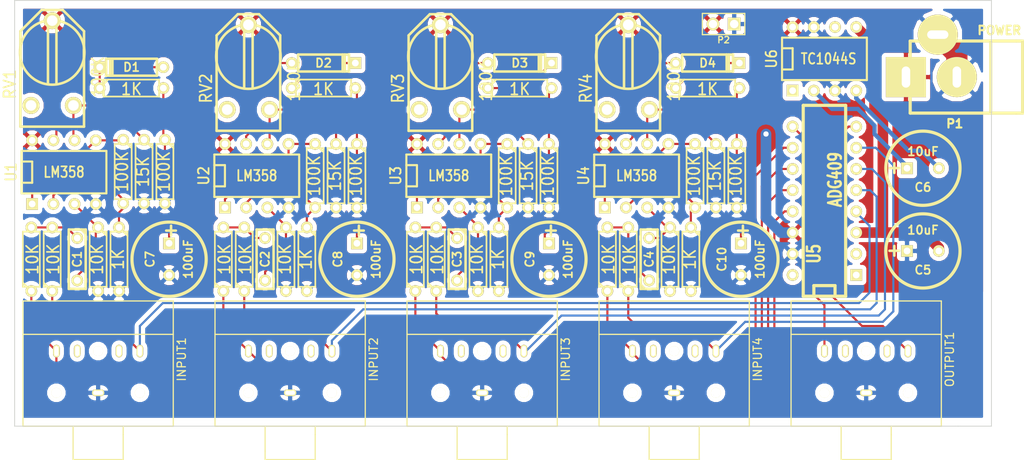
<source format=kicad_pcb>
(kicad_pcb (version 3) (host pcbnew "(22-Jun-2014 BZR 4027)-stable")
  (layers (15 F.Cu signal) (0 B.Cu signal hide) (18 B.Paste user) (19 F.Paste user) (20 B.SilkS user) (21 F.SilkS user) (22 B.Mask user) (23 F.Mask user) (28 Edge.Cuts user))
  (net 0 NoConnection1)
  (net 1 /-VCC)
  (net 2 /CH1LEFT)
  (net 3 /CH1RIGHT)
  (net 4 /CH2LEFT)
  (net 5 /CH2RIGHT)
  (net 6 /CH3LEFT)
  (net 7 /CH3RIGHT)
  (net 8 /CH4LEFT)
  (net 9 /CH4RIGHT)
  (net 10 AUDIO1_DETECT)
  (net 11 AUDIO2_DETECT)
  (net 12 AUDIO3_DETECT)
  (net 13 AUDIO4_DETECT)
  (net 14 GND)
  (net 15 N-000001)
  (net 16 N-0000010)
  (net 17 N-0000011)
  (net 18 N-0000012)
  (net 19 N-0000013)
  (net 20 N-0000014)
  (net 21 N-0000015)
  (net 22 N-000002)
  (net 23 N-0000025)
  (net 24 N-0000026)
  (net 25 N-0000028)
  (net 26 N-0000029)
  (net 27 N-000003)
  (net 28 N-0000031)
  (net 29 N-0000032)
  (net 30 N-0000033)
  (net 31 N-0000034)
  (net 32 N-0000035)
  (net 33 N-0000036)
  (net 34 N-0000037)
  (net 35 N-0000038)
  (net 36 N-0000039)
  (net 37 N-000004)
  (net 38 N-0000040)
  (net 39 N-0000041)
  (net 40 N-0000042)
  (net 41 N-0000043)
  (net 42 N-000005)
  (net 43 N-000006)
  (net 44 N-000007)
  (net 45 N-000008)
  (net 46 N-000009)
  (net 47 VCC)
  (module RV2X4 (layer F.Cu) (at 41.5 168.5 90)
    (fp_text reference RV1 (at -2.54 -5.08 90) (layer F.SilkS) (effects (font (size 1.397 1.27) (thickness 0.2032))))
    (fp_text value 100K (at -1.651 5.461 90) (layer F.SilkS) (effects (font (size 1.397 1.27) (thickness 0.2032))))
    (pad 1 thru_hole circle (at -5.08 -2.54 90) (size 2.032 2.032) (drill 1.27) (layers *.Cu *.Mask F.SilkS))
    (pad 2 thru_hole circle (at 5.08 0 90) (size 2.032 2.032) (drill 1.27) (layers *.Cu *.Mask F.SilkS) (net 47 VCC))
    (pad 3 thru_hole circle (at -5.08 2.54 90) (size 2.032 2.032) (drill 1.27) (layers *.Cu *.Mask F.SilkS) (net 43 N-000006))
  )
  (module RV2X4 (layer F.Cu) (at 65 169 90)
    (fp_text reference RV2 (at -2.54 -5.08 90) (layer F.SilkS) (effects (font (size 1.397 1.27) (thickness 0.2032))))
    (fp_text value 100K (at -1.651 5.461 90) (layer F.SilkS) (effects (font (size 1.397 1.27) (thickness 0.2032))))
    (pad 1 thru_hole circle (at -5.08 -2.54 90) (size 2.032 2.032) (drill 1.27) (layers *.Cu *.Mask F.SilkS))
    (pad 2 thru_hole circle (at 5.08 0 90) (size 2.032 2.032) (drill 1.27) (layers *.Cu *.Mask F.SilkS) (net 47 VCC))
    (pad 3 thru_hole circle (at -5.08 2.54 90) (size 2.032 2.032) (drill 1.27) (layers *.Cu *.Mask F.SilkS) (net 19 N-0000013))
  )
  (module RV2X4 (layer F.Cu) (at 88 169 90)
    (fp_text reference RV3 (at -2.54 -5.08 90) (layer F.SilkS) (effects (font (size 1.397 1.27) (thickness 0.2032))))
    (fp_text value 100K (at -1.651 5.461 90) (layer F.SilkS) (effects (font (size 1.397 1.27) (thickness 0.2032))))
    (pad 1 thru_hole circle (at -5.08 -2.54 90) (size 2.032 2.032) (drill 1.27) (layers *.Cu *.Mask F.SilkS))
    (pad 2 thru_hole circle (at 5.08 0 90) (size 2.032 2.032) (drill 1.27) (layers *.Cu *.Mask F.SilkS) (net 47 VCC))
    (pad 3 thru_hole circle (at -5.08 2.54 90) (size 2.032 2.032) (drill 1.27) (layers *.Cu *.Mask F.SilkS) (net 28 N-0000031))
  )
  (module RV2X4 (layer F.Cu) (at 110.5 169 90)
    (fp_text reference RV4 (at -2.54 -5.08 90) (layer F.SilkS) (effects (font (size 1.397 1.27) (thickness 0.2032))))
    (fp_text value 100K (at -1.651 5.461 90) (layer F.SilkS) (effects (font (size 1.397 1.27) (thickness 0.2032))))
    (pad 1 thru_hole circle (at -5.08 -2.54 90) (size 2.032 2.032) (drill 1.27) (layers *.Cu *.Mask F.SilkS))
    (pad 2 thru_hole circle (at 5.08 0 90) (size 2.032 2.032) (drill 1.27) (layers *.Cu *.Mask F.SilkS) (net 47 VCC))
    (pad 3 thru_hole circle (at -5.08 2.54 90) (size 2.032 2.032) (drill 1.27) (layers *.Cu *.Mask F.SilkS) (net 39 N-0000041))
  )
  (module R3 (layer F.Cu) (at 74 171.5)
    (fp_text reference R27 hide)
    (fp_text value 1K (at 0 0.127) (layer F.SilkS) (effects (font (size 1.397 1.27) (thickness 0.2032))))
    (pad 1 thru_hole circle (at -3.81 0) (size 1.397 1.397) (drill 0.8128) (layers *.Cu *.Mask F.SilkS) (net 16 N-0000010))
    (pad 2 thru_hole circle (at 3.81 0) (size 1.397 1.397) (drill 0.8128) (layers *.Cu *.Mask F.SilkS) (net 11 AUDIO2_DETECT))
  )
  (module R3 (layer F.Cu) (at 39 192 90)
    (fp_text reference R1 hide)
    (fp_text value 10K (at 0 0.127 90) (layer F.SilkS) (effects (font (size 1.397 1.27) (thickness 0.2032))))
    (pad 1 thru_hole circle (at -3.81 0 90) (size 1.397 1.397) (drill 0.8128) (layers *.Cu *.Mask F.SilkS) (net 2 /CH1LEFT))
    (pad 2 thru_hole circle (at 3.81 0 90) (size 1.397 1.397) (drill 0.8128) (layers *.Cu *.Mask F.SilkS) (net 23 N-0000025))
  )
  (module R3 (layer F.Cu) (at 85 192 90)
    (fp_text reference R11 hide)
    (fp_text value 10K (at 0 0.127 90) (layer F.SilkS) (effects (font (size 1.397 1.27) (thickness 0.2032))))
    (pad 1 thru_hole circle (at -3.81 0 90) (size 1.397 1.397) (drill 0.8128) (layers *.Cu *.Mask F.SilkS) (net 6 /CH3LEFT))
    (pad 2 thru_hole circle (at 3.81 0 90) (size 1.397 1.397) (drill 0.8128) (layers *.Cu *.Mask F.SilkS) (net 17 N-0000011))
  )
  (module R3 (layer F.Cu) (at 87.5 192 90)
    (fp_text reference R12 hide)
    (fp_text value 10K (at 0 0.127 90) (layer F.SilkS) (effects (font (size 1.397 1.27) (thickness 0.2032))))
    (pad 1 thru_hole circle (at -3.81 0 90) (size 1.397 1.397) (drill 0.8128) (layers *.Cu *.Mask F.SilkS) (net 7 /CH3RIGHT))
    (pad 2 thru_hole circle (at 3.81 0 90) (size 1.397 1.397) (drill 0.8128) (layers *.Cu *.Mask F.SilkS) (net 17 N-0000011))
  )
  (module R3 (layer F.Cu) (at 92.5 192 270)
    (fp_text reference R16 hide)
    (fp_text value 10K (at 0 0.127 270) (layer F.SilkS) (effects (font (size 1.397 1.27) (thickness 0.2032))))
    (pad 1 thru_hole circle (at -3.81 0 270) (size 1.397 1.397) (drill 0.8128) (layers *.Cu *.Mask F.SilkS) (net 33 N-0000036))
    (pad 2 thru_hole circle (at 3.81 0 270) (size 1.397 1.397) (drill 0.8128) (layers *.Cu *.Mask F.SilkS) (net 14 GND))
  )
  (module R3 (layer F.Cu) (at 96 182 270)
    (fp_text reference R22 hide)
    (fp_text value 100K (at 0 0.127 270) (layer F.SilkS) (effects (font (size 1.397 1.27) (thickness 0.2032))))
    (pad 1 thru_hole circle (at -3.81 0 270) (size 1.397 1.397) (drill 0.8128) (layers *.Cu *.Mask F.SilkS) (net 34 N-0000037))
    (pad 2 thru_hole circle (at 3.81 0 270) (size 1.397 1.397) (drill 0.8128) (layers *.Cu *.Mask F.SilkS) (net 29 N-0000032))
  )
  (module R3 (layer F.Cu) (at 95 192 270)
    (fp_text reference R19 hide)
    (fp_text value 1K (at 0 0.127 270) (layer F.SilkS) (effects (font (size 1.397 1.27) (thickness 0.2032))))
    (pad 1 thru_hole circle (at -3.81 0 270) (size 1.397 1.397) (drill 0.8128) (layers *.Cu *.Mask F.SilkS) (net 29 N-0000032))
    (pad 2 thru_hole circle (at 3.81 0 270) (size 1.397 1.397) (drill 0.8128) (layers *.Cu *.Mask F.SilkS) (net 14 GND))
  )
  (module R3 (layer F.Cu) (at 101 182 270)
    (fp_text reference R31 hide)
    (fp_text value 100K (at 0 0.127 270) (layer F.SilkS) (effects (font (size 1.397 1.27) (thickness 0.2032))))
    (pad 1 thru_hole circle (at -3.81 0 270) (size 1.397 1.397) (drill 0.8128) (layers *.Cu *.Mask F.SilkS) (net 12 AUDIO3_DETECT))
    (pad 2 thru_hole circle (at 3.81 0 270) (size 1.397 1.397) (drill 0.8128) (layers *.Cu *.Mask F.SilkS) (net 14 GND))
  )
  (module R3 (layer F.Cu) (at 97.5 171.5)
    (fp_text reference R28 hide)
    (fp_text value 1K (at 0 0.127) (layer F.SilkS) (effects (font (size 1.397 1.27) (thickness 0.2032))))
    (pad 1 thru_hole circle (at -3.81 0) (size 1.397 1.397) (drill 0.8128) (layers *.Cu *.Mask F.SilkS) (net 30 N-0000033))
    (pad 2 thru_hole circle (at 3.81 0) (size 1.397 1.397) (drill 0.8128) (layers *.Cu *.Mask F.SilkS) (net 12 AUDIO3_DETECT))
  )
  (module R3 (layer F.Cu) (at 108 192 90)
    (fp_text reference R13 hide)
    (fp_text value 10K (at 0 0.127 90) (layer F.SilkS) (effects (font (size 1.397 1.27) (thickness 0.2032))))
    (pad 1 thru_hole circle (at -3.81 0 90) (size 1.397 1.397) (drill 0.8128) (layers *.Cu *.Mask F.SilkS) (net 8 /CH4LEFT))
    (pad 2 thru_hole circle (at 3.81 0 90) (size 1.397 1.397) (drill 0.8128) (layers *.Cu *.Mask F.SilkS) (net 31 N-0000034))
  )
  (module R3 (layer F.Cu) (at 110.5 192 90)
    (fp_text reference R14 hide)
    (fp_text value 10K (at 0 0.127 90) (layer F.SilkS) (effects (font (size 1.397 1.27) (thickness 0.2032))))
    (pad 1 thru_hole circle (at -3.81 0 90) (size 1.397 1.397) (drill 0.8128) (layers *.Cu *.Mask F.SilkS) (net 9 /CH4RIGHT))
    (pad 2 thru_hole circle (at 3.81 0 90) (size 1.397 1.397) (drill 0.8128) (layers *.Cu *.Mask F.SilkS) (net 31 N-0000034))
  )
  (module R3 (layer F.Cu) (at 115.5 192 270)
    (fp_text reference R17 hide)
    (fp_text value 10K (at 0 0.127 270) (layer F.SilkS) (effects (font (size 1.397 1.27) (thickness 0.2032))))
    (pad 1 thru_hole circle (at -3.81 0 270) (size 1.397 1.397) (drill 0.8128) (layers *.Cu *.Mask F.SilkS) (net 40 N-0000042))
    (pad 2 thru_hole circle (at 3.81 0 270) (size 1.397 1.397) (drill 0.8128) (layers *.Cu *.Mask F.SilkS) (net 14 GND))
  )
  (module R3 (layer F.Cu) (at 118.5 182 270)
    (fp_text reference R23 hide)
    (fp_text value 100K (at 0 0.127 270) (layer F.SilkS) (effects (font (size 1.397 1.27) (thickness 0.2032))))
    (pad 1 thru_hole circle (at -3.81 0 270) (size 1.397 1.397) (drill 0.8128) (layers *.Cu *.Mask F.SilkS) (net 41 N-0000043))
    (pad 2 thru_hole circle (at 3.81 0 270) (size 1.397 1.397) (drill 0.8128) (layers *.Cu *.Mask F.SilkS) (net 35 N-0000038))
  )
  (module R3 (layer F.Cu) (at 118 192 270)
    (fp_text reference R20 hide)
    (fp_text value 1K (at 0 0.127 270) (layer F.SilkS) (effects (font (size 1.397 1.27) (thickness 0.2032))))
    (pad 1 thru_hole circle (at -3.81 0 270) (size 1.397 1.397) (drill 0.8128) (layers *.Cu *.Mask F.SilkS) (net 35 N-0000038))
    (pad 2 thru_hole circle (at 3.81 0 270) (size 1.397 1.397) (drill 0.8128) (layers *.Cu *.Mask F.SilkS) (net 14 GND))
  )
  (module R3 (layer F.Cu) (at 123.5 182 270)
    (fp_text reference R32 hide)
    (fp_text value 100K (at 0 0.127 270) (layer F.SilkS) (effects (font (size 1.397 1.27) (thickness 0.2032))))
    (pad 1 thru_hole circle (at -3.81 0 270) (size 1.397 1.397) (drill 0.8128) (layers *.Cu *.Mask F.SilkS) (net 13 AUDIO4_DETECT))
    (pad 2 thru_hole circle (at 3.81 0 270) (size 1.397 1.397) (drill 0.8128) (layers *.Cu *.Mask F.SilkS) (net 14 GND))
  )
  (module R3 (layer F.Cu) (at 120 171.5)
    (fp_text reference R29 hide)
    (fp_text value 1K (at 0 0.127) (layer F.SilkS) (effects (font (size 1.397 1.27) (thickness 0.2032))))
    (pad 1 thru_hole circle (at -3.81 0) (size 1.397 1.397) (drill 0.8128) (layers *.Cu *.Mask F.SilkS) (net 36 N-0000039))
    (pad 2 thru_hole circle (at 3.81 0) (size 1.397 1.397) (drill 0.8128) (layers *.Cu *.Mask F.SilkS) (net 13 AUDIO4_DETECT))
  )
  (module R3 (layer F.Cu) (at 121 182 270)
    (fp_text reference R26 hide)
    (fp_text value 15K (at 0 0.127 270) (layer F.SilkS) (effects (font (size 1.397 1.27) (thickness 0.2032))))
    (pad 1 thru_hole circle (at -3.81 0 270) (size 1.397 1.397) (drill 0.8128) (layers *.Cu *.Mask F.SilkS) (net 39 N-0000041))
    (pad 2 thru_hole circle (at 3.81 0 270) (size 1.397 1.397) (drill 0.8128) (layers *.Cu *.Mask F.SilkS) (net 14 GND))
  )
  (module R3 (layer F.Cu) (at 98.5 182 270)
    (fp_text reference R25 hide)
    (fp_text value 15K (at 0 0.127 270) (layer F.SilkS) (effects (font (size 1.397 1.27) (thickness 0.2032))))
    (pad 1 thru_hole circle (at -3.81 0 270) (size 1.397 1.397) (drill 0.8128) (layers *.Cu *.Mask F.SilkS) (net 28 N-0000031))
    (pad 2 thru_hole circle (at 3.81 0 270) (size 1.397 1.397) (drill 0.8128) (layers *.Cu *.Mask F.SilkS) (net 14 GND))
  )
  (module R3 (layer F.Cu) (at 75.5 182 270)
    (fp_text reference R24 hide)
    (fp_text value 15K (at 0 0.127 270) (layer F.SilkS) (effects (font (size 1.397 1.27) (thickness 0.2032))))
    (pad 1 thru_hole circle (at -3.81 0 270) (size 1.397 1.397) (drill 0.8128) (layers *.Cu *.Mask F.SilkS) (net 19 N-0000013))
    (pad 2 thru_hole circle (at 3.81 0 270) (size 1.397 1.397) (drill 0.8128) (layers *.Cu *.Mask F.SilkS) (net 14 GND))
  )
  (module R3 (layer F.Cu) (at 52.5 181.5 270)
    (fp_text reference R6 hide)
    (fp_text value 15K (at 0 0.127 270) (layer F.SilkS) (effects (font (size 1.397 1.27) (thickness 0.2032))))
    (pad 1 thru_hole circle (at -3.81 0 270) (size 1.397 1.397) (drill 0.8128) (layers *.Cu *.Mask F.SilkS) (net 43 N-000006))
    (pad 2 thru_hole circle (at 3.81 0 270) (size 1.397 1.397) (drill 0.8128) (layers *.Cu *.Mask F.SilkS) (net 14 GND))
  )
  (module R3 (layer F.Cu) (at 62 192 90)
    (fp_text reference R7 hide)
    (fp_text value 10K (at 0 0.127 90) (layer F.SilkS) (effects (font (size 1.397 1.27) (thickness 0.2032))))
    (pad 1 thru_hole circle (at -3.81 0 90) (size 1.397 1.397) (drill 0.8128) (layers *.Cu *.Mask F.SilkS) (net 4 /CH2LEFT))
    (pad 2 thru_hole circle (at 3.81 0 90) (size 1.397 1.397) (drill 0.8128) (layers *.Cu *.Mask F.SilkS) (net 37 N-000004))
  )
  (module R3 (layer F.Cu) (at 51 171.5)
    (fp_text reference R9 hide)
    (fp_text value 1K (at 0 0.127) (layer F.SilkS) (effects (font (size 1.397 1.27) (thickness 0.2032))))
    (pad 1 thru_hole circle (at -3.81 0) (size 1.397 1.397) (drill 0.8128) (layers *.Cu *.Mask F.SilkS) (net 45 N-000008))
    (pad 2 thru_hole circle (at 3.81 0) (size 1.397 1.397) (drill 0.8128) (layers *.Cu *.Mask F.SilkS) (net 10 AUDIO1_DETECT))
  )
  (module R3 (layer F.Cu) (at 55 181.5 270)
    (fp_text reference R8 hide)
    (fp_text value 100K (at 0 0.127 270) (layer F.SilkS) (effects (font (size 1.397 1.27) (thickness 0.2032))))
    (pad 1 thru_hole circle (at -3.81 0 270) (size 1.397 1.397) (drill 0.8128) (layers *.Cu *.Mask F.SilkS) (net 10 AUDIO1_DETECT))
    (pad 2 thru_hole circle (at 3.81 0 270) (size 1.397 1.397) (drill 0.8128) (layers *.Cu *.Mask F.SilkS) (net 14 GND))
  )
  (module R3 (layer F.Cu) (at 78 182 270)
    (fp_text reference R30 hide)
    (fp_text value 100K (at 0 0.127 270) (layer F.SilkS) (effects (font (size 1.397 1.27) (thickness 0.2032))))
    (pad 1 thru_hole circle (at -3.81 0 270) (size 1.397 1.397) (drill 0.8128) (layers *.Cu *.Mask F.SilkS) (net 11 AUDIO2_DETECT))
    (pad 2 thru_hole circle (at 3.81 0 270) (size 1.397 1.397) (drill 0.8128) (layers *.Cu *.Mask F.SilkS) (net 14 GND))
  )
  (module R3 (layer F.Cu) (at 49.5 192 270)
    (fp_text reference R4 hide)
    (fp_text value 1K (at 0 0.127 270) (layer F.SilkS) (effects (font (size 1.397 1.27) (thickness 0.2032))))
    (pad 1 thru_hole circle (at -3.81 0 270) (size 1.397 1.397) (drill 0.8128) (layers *.Cu *.Mask F.SilkS) (net 22 N-000002))
    (pad 2 thru_hole circle (at 3.81 0 270) (size 1.397 1.397) (drill 0.8128) (layers *.Cu *.Mask F.SilkS) (net 14 GND))
  )
  (module R3 (layer F.Cu) (at 50 181.5 270)
    (fp_text reference R5 hide)
    (fp_text value 100K (at 0 0.127 270) (layer F.SilkS) (effects (font (size 1.397 1.27) (thickness 0.2032))))
    (pad 1 thru_hole circle (at -3.81 0 270) (size 1.397 1.397) (drill 0.8128) (layers *.Cu *.Mask F.SilkS) (net 24 N-0000026))
    (pad 2 thru_hole circle (at 3.81 0 270) (size 1.397 1.397) (drill 0.8128) (layers *.Cu *.Mask F.SilkS) (net 22 N-000002))
  )
  (module R3 (layer F.Cu) (at 64.5 192 90)
    (fp_text reference R10 hide)
    (fp_text value 10K (at 0 0.127 90) (layer F.SilkS) (effects (font (size 1.397 1.27) (thickness 0.2032))))
    (pad 1 thru_hole circle (at -3.81 0 90) (size 1.397 1.397) (drill 0.8128) (layers *.Cu *.Mask F.SilkS) (net 5 /CH2RIGHT))
    (pad 2 thru_hole circle (at 3.81 0 90) (size 1.397 1.397) (drill 0.8128) (layers *.Cu *.Mask F.SilkS) (net 37 N-000004))
  )
  (module R3 (layer F.Cu) (at 47 192 270)
    (fp_text reference R3 hide)
    (fp_text value 10K (at 0 0.127 270) (layer F.SilkS) (effects (font (size 1.397 1.27) (thickness 0.2032))))
    (pad 1 thru_hole circle (at -3.81 0 270) (size 1.397 1.397) (drill 0.8128) (layers *.Cu *.Mask F.SilkS) (net 42 N-000005))
    (pad 2 thru_hole circle (at 3.81 0 270) (size 1.397 1.397) (drill 0.8128) (layers *.Cu *.Mask F.SilkS) (net 14 GND))
  )
  (module R3 (layer F.Cu) (at 69.5 192 270)
    (fp_text reference R15 hide)
    (fp_text value 10K (at 0 0.127 270) (layer F.SilkS) (effects (font (size 1.397 1.27) (thickness 0.2032))))
    (pad 1 thru_hole circle (at -3.81 0 270) (size 1.397 1.397) (drill 0.8128) (layers *.Cu *.Mask F.SilkS) (net 20 N-0000014))
    (pad 2 thru_hole circle (at 3.81 0 270) (size 1.397 1.397) (drill 0.8128) (layers *.Cu *.Mask F.SilkS) (net 14 GND))
  )
  (module R3 (layer F.Cu) (at 73 182 270)
    (fp_text reference R21 hide)
    (fp_text value 100K (at 0 0.127 270) (layer F.SilkS) (effects (font (size 1.397 1.27) (thickness 0.2032))))
    (pad 1 thru_hole circle (at -3.81 0 270) (size 1.397 1.397) (drill 0.8128) (layers *.Cu *.Mask F.SilkS) (net 21 N-0000015))
    (pad 2 thru_hole circle (at 3.81 0 270) (size 1.397 1.397) (drill 0.8128) (layers *.Cu *.Mask F.SilkS) (net 46 N-000009))
  )
  (module R3 (layer F.Cu) (at 72 192 270)
    (fp_text reference R18 hide)
    (fp_text value 1K (at 0 0.127 270) (layer F.SilkS) (effects (font (size 1.397 1.27) (thickness 0.2032))))
    (pad 1 thru_hole circle (at -3.81 0 270) (size 1.397 1.397) (drill 0.8128) (layers *.Cu *.Mask F.SilkS) (net 46 N-000009))
    (pad 2 thru_hole circle (at 3.81 0 270) (size 1.397 1.397) (drill 0.8128) (layers *.Cu *.Mask F.SilkS) (net 14 GND))
  )
  (module R3 (layer F.Cu) (at 41.5 192 90)
    (fp_text reference R2 hide)
    (fp_text value 10K (at 0 0.127 90) (layer F.SilkS) (effects (font (size 1.397 1.27) (thickness 0.2032))))
    (pad 1 thru_hole circle (at -3.81 0 90) (size 1.397 1.397) (drill 0.8128) (layers *.Cu *.Mask F.SilkS) (net 3 /CH1RIGHT))
    (pad 2 thru_hole circle (at 3.81 0 90) (size 1.397 1.397) (drill 0.8128) (layers *.Cu *.Mask F.SilkS) (net 23 N-0000025))
  )
  (module DIP-8__300 (layer F.Cu) (at 111.5 182)
    (fp_text reference U4 (at -6.35 0 90) (layer F.SilkS) (effects (font (size 1.27 1.143) (thickness 0.2032))))
    (fp_text value LM358 (at 0 0) (layer F.SilkS) (effects (font (size 1.27 1.016) (thickness 0.2032))))
    (pad 1 thru_hole rect (at -3.81 3.81) (size 1.397 1.397) (drill 0.8128) (layers *.Cu *.Mask F.SilkS) (net 41 N-0000043))
    (pad 2 thru_hole circle (at -1.27 3.81) (size 1.397 1.397) (drill 0.8128) (layers *.Cu *.Mask F.SilkS) (net 35 N-0000038))
    (pad 3 thru_hole circle (at 1.27 3.81) (size 1.397 1.397) (drill 0.8128) (layers *.Cu *.Mask F.SilkS) (net 40 N-0000042))
    (pad 4 thru_hole circle (at 3.81 3.81) (size 1.397 1.397) (drill 0.8128) (layers *.Cu *.Mask F.SilkS) (net 14 GND))
    (pad 5 thru_hole circle (at 3.81 -3.81) (size 1.397 1.397) (drill 0.8128) (layers *.Cu *.Mask F.SilkS) (net 41 N-0000043))
    (pad 6 thru_hole circle (at 1.27 -3.81) (size 1.397 1.397) (drill 0.8128) (layers *.Cu *.Mask F.SilkS) (net 39 N-0000041))
    (pad 7 thru_hole circle (at -1.27 -3.81) (size 1.397 1.397) (drill 0.8128) (layers *.Cu *.Mask F.SilkS) (net 38 N-0000040))
    (pad 8 thru_hole circle (at -3.81 -3.81) (size 1.397 1.397) (drill 0.8128) (layers *.Cu *.Mask F.SilkS) (net 47 VCC))
  )
  (module DIP-8__300 (layer F.Cu) (at 66 182)
    (fp_text reference U2 (at -6.35 0 90) (layer F.SilkS) (effects (font (size 1.27 1.143) (thickness 0.2032))))
    (fp_text value LM358 (at 0 0) (layer F.SilkS) (effects (font (size 1.27 1.016) (thickness 0.2032))))
    (pad 1 thru_hole rect (at -3.81 3.81) (size 1.397 1.397) (drill 0.8128) (layers *.Cu *.Mask F.SilkS) (net 21 N-0000015))
    (pad 2 thru_hole circle (at -1.27 3.81) (size 1.397 1.397) (drill 0.8128) (layers *.Cu *.Mask F.SilkS) (net 46 N-000009))
    (pad 3 thru_hole circle (at 1.27 3.81) (size 1.397 1.397) (drill 0.8128) (layers *.Cu *.Mask F.SilkS) (net 20 N-0000014))
    (pad 4 thru_hole circle (at 3.81 3.81) (size 1.397 1.397) (drill 0.8128) (layers *.Cu *.Mask F.SilkS) (net 14 GND))
    (pad 5 thru_hole circle (at 3.81 -3.81) (size 1.397 1.397) (drill 0.8128) (layers *.Cu *.Mask F.SilkS) (net 21 N-0000015))
    (pad 6 thru_hole circle (at 1.27 -3.81) (size 1.397 1.397) (drill 0.8128) (layers *.Cu *.Mask F.SilkS) (net 19 N-0000013))
    (pad 7 thru_hole circle (at -1.27 -3.81) (size 1.397 1.397) (drill 0.8128) (layers *.Cu *.Mask F.SilkS) (net 18 N-0000012))
    (pad 8 thru_hole circle (at -3.81 -3.81) (size 1.397 1.397) (drill 0.8128) (layers *.Cu *.Mask F.SilkS) (net 47 VCC))
  )
  (module DIP-8__300 (layer F.Cu) (at 89 182)
    (fp_text reference U3 (at -6.35 0 90) (layer F.SilkS) (effects (font (size 1.27 1.143) (thickness 0.2032))))
    (fp_text value LM358 (at 0 0) (layer F.SilkS) (effects (font (size 1.27 1.016) (thickness 0.2032))))
    (pad 1 thru_hole rect (at -3.81 3.81) (size 1.397 1.397) (drill 0.8128) (layers *.Cu *.Mask F.SilkS) (net 34 N-0000037))
    (pad 2 thru_hole circle (at -1.27 3.81) (size 1.397 1.397) (drill 0.8128) (layers *.Cu *.Mask F.SilkS) (net 29 N-0000032))
    (pad 3 thru_hole circle (at 1.27 3.81) (size 1.397 1.397) (drill 0.8128) (layers *.Cu *.Mask F.SilkS) (net 33 N-0000036))
    (pad 4 thru_hole circle (at 3.81 3.81) (size 1.397 1.397) (drill 0.8128) (layers *.Cu *.Mask F.SilkS) (net 14 GND))
    (pad 5 thru_hole circle (at 3.81 -3.81) (size 1.397 1.397) (drill 0.8128) (layers *.Cu *.Mask F.SilkS) (net 34 N-0000037))
    (pad 6 thru_hole circle (at 1.27 -3.81) (size 1.397 1.397) (drill 0.8128) (layers *.Cu *.Mask F.SilkS) (net 28 N-0000031))
    (pad 7 thru_hole circle (at -1.27 -3.81) (size 1.397 1.397) (drill 0.8128) (layers *.Cu *.Mask F.SilkS) (net 32 N-0000035))
    (pad 8 thru_hole circle (at -3.81 -3.81) (size 1.397 1.397) (drill 0.8128) (layers *.Cu *.Mask F.SilkS) (net 47 VCC))
  )
  (module DIP-8__300 (layer F.Cu) (at 134 168)
    (fp_text reference U6 (at -6.35 0 90) (layer F.SilkS) (effects (font (size 1.27 1.143) (thickness 0.2032))))
    (fp_text value TC1044S (at 0.5 0) (layer F.SilkS) (effects (font (size 1.27 1.016) (thickness 0.2032))))
    (pad 1 thru_hole rect (at -3.81 3.81) (size 1.397 1.397) (drill 0.8128) (layers *.Cu *.Mask F.SilkS))
    (pad 2 thru_hole circle (at -1.27 3.81) (size 1.397 1.397) (drill 0.8128) (layers *.Cu *.Mask F.SilkS) (net 15 N-000001))
    (pad 3 thru_hole circle (at 1.27 3.81) (size 1.397 1.397) (drill 0.8128) (layers *.Cu *.Mask F.SilkS) (net 14 GND))
    (pad 4 thru_hole circle (at 3.81 3.81) (size 1.397 1.397) (drill 0.8128) (layers *.Cu *.Mask F.SilkS) (net 27 N-000003))
    (pad 5 thru_hole circle (at 3.81 -3.81) (size 1.397 1.397) (drill 0.8128) (layers *.Cu *.Mask F.SilkS) (net 1 /-VCC))
    (pad 6 thru_hole circle (at 1.27 -3.81) (size 1.397 1.397) (drill 0.8128) (layers *.Cu *.Mask F.SilkS))
    (pad 7 thru_hole circle (at -1.27 -3.81) (size 1.397 1.397) (drill 0.8128) (layers *.Cu *.Mask F.SilkS) (net 14 GND))
    (pad 8 thru_hole circle (at -3.81 -3.81) (size 1.397 1.397) (drill 0.8128) (layers *.Cu *.Mask F.SilkS) (net 47 VCC))
  )
  (module DIP-8__300 (layer F.Cu) (at 42.91 181.57)
    (fp_text reference U1 (at -6.35 0 90) (layer F.SilkS) (effects (font (size 1.27 1.143) (thickness 0.2032))))
    (fp_text value LM358 (at 0 0) (layer F.SilkS) (effects (font (size 1.27 1.016) (thickness 0.2032))))
    (pad 1 thru_hole rect (at -3.81 3.81) (size 1.397 1.397) (drill 0.8128) (layers *.Cu *.Mask F.SilkS) (net 24 N-0000026))
    (pad 2 thru_hole circle (at -1.27 3.81) (size 1.397 1.397) (drill 0.8128) (layers *.Cu *.Mask F.SilkS) (net 22 N-000002))
    (pad 3 thru_hole circle (at 1.27 3.81) (size 1.397 1.397) (drill 0.8128) (layers *.Cu *.Mask F.SilkS) (net 42 N-000005))
    (pad 4 thru_hole circle (at 3.81 3.81) (size 1.397 1.397) (drill 0.8128) (layers *.Cu *.Mask F.SilkS) (net 14 GND))
    (pad 5 thru_hole circle (at 3.81 -3.81) (size 1.397 1.397) (drill 0.8128) (layers *.Cu *.Mask F.SilkS) (net 24 N-0000026))
    (pad 6 thru_hole circle (at 1.27 -3.81) (size 1.397 1.397) (drill 0.8128) (layers *.Cu *.Mask F.SilkS) (net 43 N-000006))
    (pad 7 thru_hole circle (at -1.27 -3.81) (size 1.397 1.397) (drill 0.8128) (layers *.Cu *.Mask F.SilkS) (net 44 N-000007))
    (pad 8 thru_hole circle (at -3.81 -3.81) (size 1.397 1.397) (drill 0.8128) (layers *.Cu *.Mask F.SilkS) (net 47 VCC))
  )
  (module DIP-16__300 (layer F.Cu) (at 134 185 90)
    (fp_text reference U5 (at -6.35 -1.27 90) (layer F.SilkS) (effects (font (size 1.524 1.143) (thickness 0.3048))))
    (fp_text value ADG409 (at 2.54 1.27 90) (layer F.SilkS) (effects (font (size 1.524 1.143) (thickness 0.3048))))
    (pad 1 thru_hole rect (at -8.89 3.81 90) (size 1.397 1.397) (drill 0.8128) (layers *.Cu *.Mask F.SilkS))
    (pad 2 thru_hole circle (at -6.35 3.81 90) (size 1.397 1.397) (drill 0.8128) (layers *.Cu *.Mask F.SilkS))
    (pad 3 thru_hole circle (at -3.81 3.81 90) (size 1.397 1.397) (drill 0.8128) (layers *.Cu *.Mask F.SilkS) (net 1 /-VCC))
    (pad 4 thru_hole circle (at -1.27 3.81 90) (size 1.397 1.397) (drill 0.8128) (layers *.Cu *.Mask F.SilkS) (net 3 /CH1RIGHT))
    (pad 5 thru_hole circle (at 1.27 3.81 90) (size 1.397 1.397) (drill 0.8128) (layers *.Cu *.Mask F.SilkS) (net 5 /CH2RIGHT))
    (pad 6 thru_hole circle (at 3.81 3.81 90) (size 1.397 1.397) (drill 0.8128) (layers *.Cu *.Mask F.SilkS) (net 7 /CH3RIGHT))
    (pad 7 thru_hole circle (at 6.35 3.81 90) (size 1.397 1.397) (drill 0.8128) (layers *.Cu *.Mask F.SilkS) (net 9 /CH4RIGHT))
    (pad 8 thru_hole circle (at 8.89 3.81 90) (size 1.397 1.397) (drill 0.8128) (layers *.Cu *.Mask F.SilkS) (net 26 N-0000029))
    (pad 9 thru_hole circle (at 8.89 -3.81 90) (size 1.397 1.397) (drill 0.8128) (layers *.Cu *.Mask F.SilkS) (net 25 N-0000028))
    (pad 10 thru_hole circle (at 6.35 -3.81 90) (size 1.397 1.397) (drill 0.8128) (layers *.Cu *.Mask F.SilkS) (net 8 /CH4LEFT))
    (pad 11 thru_hole circle (at 3.81 -3.81 90) (size 1.397 1.397) (drill 0.8128) (layers *.Cu *.Mask F.SilkS) (net 6 /CH3LEFT))
    (pad 12 thru_hole circle (at 1.27 -3.81 90) (size 1.397 1.397) (drill 0.8128) (layers *.Cu *.Mask F.SilkS) (net 4 /CH2LEFT))
    (pad 13 thru_hole circle (at -1.27 -3.81 90) (size 1.397 1.397) (drill 0.8128) (layers *.Cu *.Mask F.SilkS) (net 2 /CH1LEFT))
    (pad 14 thru_hole circle (at -3.81 -3.81 90) (size 1.397 1.397) (drill 0.8128) (layers *.Cu *.Mask F.SilkS) (net 47 VCC))
    (pad 15 thru_hole circle (at -6.35 -3.81 90) (size 1.397 1.397) (drill 0.8128) (layers *.Cu *.Mask F.SilkS) (net 14 GND))
    (pad 16 thru_hole circle (at -8.89 -3.81 90) (size 1.397 1.397) (drill 0.8128) (layers *.Cu *.Mask F.SilkS))
  )
  (module D3 (layer F.Cu) (at 97.5 168.5)
    (fp_text reference D3 (at 0 0) (layer F.SilkS) (effects (font (size 1.016 1.016) (thickness 0.2032))))
    (fp_text value DIODE hide)
    (pad 2 thru_hole rect (at 3.81 0) (size 1.397 1.397) (drill 0.8128) (layers *.Cu *.Mask F.SilkS) (net 30 N-0000033))
    (pad 1 thru_hole circle (at -3.81 0) (size 1.397 1.397) (drill 0.8128) (layers *.Cu *.Mask F.SilkS) (net 32 N-0000035))
  )
  (module D3 (layer F.Cu) (at 74 168.5)
    (fp_text reference D2 (at 0 0) (layer F.SilkS) (effects (font (size 1.016 1.016) (thickness 0.2032))))
    (fp_text value DIODE hide)
    (pad 2 thru_hole rect (at 3.81 0) (size 1.397 1.397) (drill 0.8128) (layers *.Cu *.Mask F.SilkS) (net 16 N-0000010))
    (pad 1 thru_hole circle (at -3.81 0) (size 1.397 1.397) (drill 0.8128) (layers *.Cu *.Mask F.SilkS) (net 18 N-0000012))
  )
  (module D3 (layer F.Cu) (at 51 169 180)
    (fp_text reference D1 (at 0 0 180) (layer F.SilkS) (effects (font (size 1.016 1.016) (thickness 0.2032))))
    (fp_text value DIODE hide)
    (pad 2 thru_hole rect (at 3.81 0 180) (size 1.397 1.397) (drill 0.8128) (layers *.Cu *.Mask F.SilkS) (net 45 N-000008))
    (pad 1 thru_hole circle (at -3.81 0 180) (size 1.397 1.397) (drill 0.8128) (layers *.Cu *.Mask F.SilkS) (net 44 N-000007))
  )
  (module D3 (layer F.Cu) (at 120 168.5)
    (fp_text reference D4 (at 0 0) (layer F.SilkS) (effects (font (size 1.016 1.016) (thickness 0.2032))))
    (fp_text value DIODE hide)
    (pad 2 thru_hole rect (at 3.81 0) (size 1.397 1.397) (drill 0.8128) (layers *.Cu *.Mask F.SilkS) (net 36 N-0000039))
    (pad 1 thru_hole circle (at -3.81 0) (size 1.397 1.397) (drill 0.8128) (layers *.Cu *.Mask F.SilkS) (net 38 N-0000040))
  )
  (module C2 (layer F.Cu) (at 44.5 192 270)
    (fp_text reference C1 (at 0 0 270) (layer F.SilkS) (effects (font (size 1.016 1.016) (thickness 0.2032))))
    (fp_text value 10nF hide)
    (pad 1 thru_hole circle (at -2.54 0 270) (size 1.397 1.397) (drill 0.8128) (layers *.Cu *.Mask F.SilkS) (net 23 N-0000025))
    (pad 2 thru_hole circle (at 2.54 0 270) (size 1.397 1.397) (drill 0.8128) (layers *.Cu *.Mask F.SilkS) (net 42 N-000005))
  )
  (module C2 (layer F.Cu) (at 113 192 90)
    (fp_text reference C4 (at 0 0 90) (layer F.SilkS) (effects (font (size 1.016 1.016) (thickness 0.2032))))
    (fp_text value 10nF hide)
    (pad 1 thru_hole circle (at -2.54 0 90) (size 1.397 1.397) (drill 0.8128) (layers *.Cu *.Mask F.SilkS) (net 31 N-0000034))
    (pad 2 thru_hole circle (at 2.54 0 90) (size 1.397 1.397) (drill 0.8128) (layers *.Cu *.Mask F.SilkS) (net 40 N-0000042))
  )
  (module C2 (layer F.Cu) (at 67 192 270)
    (fp_text reference C2 (at 0 0 270) (layer F.SilkS) (effects (font (size 1.016 1.016) (thickness 0.2032))))
    (fp_text value 10nF hide)
    (pad 1 thru_hole circle (at -2.54 0 270) (size 1.397 1.397) (drill 0.8128) (layers *.Cu *.Mask F.SilkS) (net 37 N-000004))
    (pad 2 thru_hole circle (at 2.54 0 270) (size 1.397 1.397) (drill 0.8128) (layers *.Cu *.Mask F.SilkS) (net 20 N-0000014))
  )
  (module C2 (layer F.Cu) (at 90 192 270)
    (fp_text reference C3 (at 0 0 270) (layer F.SilkS) (effects (font (size 1.016 1.016) (thickness 0.2032))))
    (fp_text value 10nF hide)
    (pad 1 thru_hole circle (at -2.54 0 270) (size 1.397 1.397) (drill 0.8128) (layers *.Cu *.Mask F.SilkS) (net 17 N-0000011))
    (pad 2 thru_hole circle (at 2.54 0 270) (size 1.397 1.397) (drill 0.8128) (layers *.Cu *.Mask F.SilkS) (net 33 N-0000036))
  )
  (module C1.5V8V (layer F.Cu) (at 124 192 270)
    (fp_text reference C10 (at 0 2.286 270) (layer F.SilkS) (effects (font (size 1.016 1.016) (thickness 0.2032))))
    (fp_text value 100uF (at 0 -2.286 270) (layer F.SilkS) (effects (font (size 1.016 1.016) (thickness 0.2032))))
    (fp_text user + (at -3.429 -0.127 270) (layer F.SilkS) (effects (font (size 1.524 1.524) (thickness 0.3048))))
    (pad 1 thru_hole rect (at -1.905 0 270) (size 1.397 1.397) (drill 0.8128) (layers *.Cu *.Mask F.SilkS) (net 13 AUDIO4_DETECT))
    (pad 2 thru_hole circle (at 1.905 0 270) (size 1.397 1.397) (drill 0.8128) (layers *.Cu *.Mask F.SilkS) (net 14 GND))
  )
  (module C1.5V8V (layer F.Cu) (at 145.796 181.102)
    (fp_text reference C6 (at 0 2.286) (layer F.SilkS) (effects (font (size 1.016 1.016) (thickness 0.2032))))
    (fp_text value 10uF (at 0 -2) (layer F.SilkS) (effects (font (size 1.016 1.016) (thickness 0.2032))))
    (fp_text user + (at -3.429 -0.127) (layer F.SilkS) (effects (font (size 1.524 1.524) (thickness 0.3048))))
    (pad 1 thru_hole rect (at -1.905 0) (size 1.397 1.397) (drill 0.8128) (layers *.Cu *.Mask F.SilkS) (net 15 N-000001))
    (pad 2 thru_hole circle (at 1.905 0) (size 1.397 1.397) (drill 0.8128) (layers *.Cu *.Mask F.SilkS) (net 27 N-000003))
  )
  (module C1.5V8V (layer F.Cu) (at 145.796 191.008)
    (fp_text reference C5 (at 0 2.286) (layer F.SilkS) (effects (font (size 1.016 1.016) (thickness 0.2032))))
    (fp_text value 10uF (at 0 -2.5) (layer F.SilkS) (effects (font (size 1.016 1.016) (thickness 0.2032))))
    (fp_text user + (at -3.429 -0.127) (layer F.SilkS) (effects (font (size 1.524 1.524) (thickness 0.3048))))
    (pad 1 thru_hole rect (at -1.905 0) (size 1.397 1.397) (drill 0.8128) (layers *.Cu *.Mask F.SilkS) (net 14 GND))
    (pad 2 thru_hole circle (at 1.905 0) (size 1.397 1.397) (drill 0.8128) (layers *.Cu *.Mask F.SilkS) (net 1 /-VCC))
  )
  (module C1.5V8V (layer F.Cu) (at 55.5 192 270)
    (fp_text reference C7 (at 0 2.286 270) (layer F.SilkS) (effects (font (size 1.016 1.016) (thickness 0.2032))))
    (fp_text value 100uF (at 0 -2.286 270) (layer F.SilkS) (effects (font (size 1.016 1.016) (thickness 0.2032))))
    (fp_text user + (at -3.429 -0.127 270) (layer F.SilkS) (effects (font (size 1.524 1.524) (thickness 0.3048))))
    (pad 1 thru_hole rect (at -1.905 0 270) (size 1.397 1.397) (drill 0.8128) (layers *.Cu *.Mask F.SilkS) (net 10 AUDIO1_DETECT))
    (pad 2 thru_hole circle (at 1.905 0 270) (size 1.397 1.397) (drill 0.8128) (layers *.Cu *.Mask F.SilkS) (net 14 GND))
  )
  (module C1.5V8V (layer F.Cu) (at 101 192 270)
    (fp_text reference C9 (at 0 2.286 270) (layer F.SilkS) (effects (font (size 1.016 1.016) (thickness 0.2032))))
    (fp_text value 100uF (at 0 -2.286 270) (layer F.SilkS) (effects (font (size 1.016 1.016) (thickness 0.2032))))
    (fp_text user + (at -3.429 -0.127 270) (layer F.SilkS) (effects (font (size 1.524 1.524) (thickness 0.3048))))
    (pad 1 thru_hole rect (at -1.905 0 270) (size 1.397 1.397) (drill 0.8128) (layers *.Cu *.Mask F.SilkS) (net 12 AUDIO3_DETECT))
    (pad 2 thru_hole circle (at 1.905 0 270) (size 1.397 1.397) (drill 0.8128) (layers *.Cu *.Mask F.SilkS) (net 14 GND))
  )
  (module C1.5V8V (layer F.Cu) (at 78 192 270)
    (fp_text reference C8 (at 0 2.286 270) (layer F.SilkS) (effects (font (size 1.016 1.016) (thickness 0.2032))))
    (fp_text value 100uF (at 0 -2.286 270) (layer F.SilkS) (effects (font (size 1.016 1.016) (thickness 0.2032))))
    (fp_text user + (at -3.429 -0.127 270) (layer F.SilkS) (effects (font (size 1.524 1.524) (thickness 0.3048))))
    (pad 1 thru_hole rect (at -1.905 0 270) (size 1.397 1.397) (drill 0.8128) (layers *.Cu *.Mask F.SilkS) (net 11 AUDIO2_DETECT))
    (pad 2 thru_hole circle (at 1.905 0 270) (size 1.397 1.397) (drill 0.8128) (layers *.Cu *.Mask F.SilkS) (net 14 GND))
  )
  (module 3.5MMJACK (layer F.Cu) (at 47 212 90)
    (fp_text reference JACK1 hide)
    (fp_text value INPUT1 (at 8 10 90) (layer F.SilkS))
    (pad 1 thru_hole oval (at 4 0 180) (size 1.5 0.8) (drill oval 1.2 0.5) (layers *.Cu *.Mask F.SilkS) (net 14 GND))
    (pad 4 thru_hole oval (at 9 5 90) (size 1.5 0.8) (drill oval 1.2 0.5) (layers *.Cu *.Mask F.SilkS) (net 3 /CH1RIGHT))
    (pad 2 thru_hole oval (at 9 2.5 90) (size 1.5 0.8) (drill oval 1.2 0.5) (layers *.Cu *.Mask F.SilkS))
    (pad 3 thru_hole oval (at 9 -2.5 90) (size 1.5 0.8) (drill oval 1.2 0.5) (layers *.Cu *.Mask F.SilkS))
    (pad "" np_thru_hole circle (at 9 0 90) (size 1.2 1.2) (drill 1.2) (layers *.Cu *.Mask F.SilkS))
    (pad "" np_thru_hole circle (at 4 -5 90) (size 1.2 1.2) (drill 1.2) (layers *.Cu *.Mask F.SilkS))
    (pad "" np_thru_hole circle (at 4 5 90) (size 1.2 1.2) (drill 1.2) (layers *.Cu *.Mask F.SilkS))
    (pad 5 thru_hole oval (at 9 -5 90) (size 1.5 0.8) (drill oval 1.2 0.5) (layers *.Cu *.Mask F.SilkS) (net 2 /CH1LEFT))
  )
  (module 3.5MMJACK (layer F.Cu) (at 70 212 90)
    (fp_text reference JACK2 hide)
    (fp_text value INPUT2 (at 8 10 90) (layer F.SilkS))
    (pad 1 thru_hole oval (at 4 0 180) (size 1.5 0.8) (drill oval 1.2 0.5) (layers *.Cu *.Mask F.SilkS) (net 14 GND))
    (pad 4 thru_hole oval (at 9 5 90) (size 1.5 0.8) (drill oval 1.2 0.5) (layers *.Cu *.Mask F.SilkS) (net 5 /CH2RIGHT))
    (pad 2 thru_hole oval (at 9 2.5 90) (size 1.5 0.8) (drill oval 1.2 0.5) (layers *.Cu *.Mask F.SilkS))
    (pad 3 thru_hole oval (at 9 -2.5 90) (size 1.5 0.8) (drill oval 1.2 0.5) (layers *.Cu *.Mask F.SilkS))
    (pad "" np_thru_hole circle (at 9 0 90) (size 1.2 1.2) (drill 1.2) (layers *.Cu *.Mask F.SilkS))
    (pad "" np_thru_hole circle (at 4 -5 90) (size 1.2 1.2) (drill 1.2) (layers *.Cu *.Mask F.SilkS))
    (pad "" np_thru_hole circle (at 4 5 90) (size 1.2 1.2) (drill 1.2) (layers *.Cu *.Mask F.SilkS))
    (pad 5 thru_hole oval (at 9 -5 90) (size 1.5 0.8) (drill oval 1.2 0.5) (layers *.Cu *.Mask F.SilkS) (net 4 /CH2LEFT))
  )
  (module 3.5MMJACK (layer F.Cu) (at 93 212 90)
    (fp_text reference JACK3 hide)
    (fp_text value INPUT3 (at 8 10 90) (layer F.SilkS))
    (pad 1 thru_hole oval (at 4 0 180) (size 1.5 0.8) (drill oval 1.2 0.5) (layers *.Cu *.Mask F.SilkS) (net 14 GND))
    (pad 4 thru_hole oval (at 9 5 90) (size 1.5 0.8) (drill oval 1.2 0.5) (layers *.Cu *.Mask F.SilkS) (net 7 /CH3RIGHT))
    (pad 2 thru_hole oval (at 9 2.5 90) (size 1.5 0.8) (drill oval 1.2 0.5) (layers *.Cu *.Mask F.SilkS))
    (pad 3 thru_hole oval (at 9 -2.5 90) (size 1.5 0.8) (drill oval 1.2 0.5) (layers *.Cu *.Mask F.SilkS))
    (pad "" np_thru_hole circle (at 9 0 90) (size 1.2 1.2) (drill 1.2) (layers *.Cu *.Mask F.SilkS))
    (pad "" np_thru_hole circle (at 4 -5 90) (size 1.2 1.2) (drill 1.2) (layers *.Cu *.Mask F.SilkS))
    (pad "" np_thru_hole circle (at 4 5 90) (size 1.2 1.2) (drill 1.2) (layers *.Cu *.Mask F.SilkS))
    (pad 5 thru_hole oval (at 9 -5 90) (size 1.5 0.8) (drill oval 1.2 0.5) (layers *.Cu *.Mask F.SilkS) (net 6 /CH3LEFT))
  )
  (module 3.5MMJACK (layer F.Cu) (at 116 212 90)
    (fp_text reference JACK4 hide)
    (fp_text value INPUT4 (at 8 10 90) (layer F.SilkS))
    (pad 1 thru_hole oval (at 4 0 180) (size 1.5 0.8) (drill oval 1.2 0.5) (layers *.Cu *.Mask F.SilkS) (net 14 GND))
    (pad 4 thru_hole oval (at 9 5 90) (size 1.5 0.8) (drill oval 1.2 0.5) (layers *.Cu *.Mask F.SilkS) (net 9 /CH4RIGHT))
    (pad 2 thru_hole oval (at 9 2.5 90) (size 1.5 0.8) (drill oval 1.2 0.5) (layers *.Cu *.Mask F.SilkS))
    (pad 3 thru_hole oval (at 9 -2.5 90) (size 1.5 0.8) (drill oval 1.2 0.5) (layers *.Cu *.Mask F.SilkS))
    (pad "" np_thru_hole circle (at 9 0 90) (size 1.2 1.2) (drill 1.2) (layers *.Cu *.Mask F.SilkS))
    (pad "" np_thru_hole circle (at 4 -5 90) (size 1.2 1.2) (drill 1.2) (layers *.Cu *.Mask F.SilkS))
    (pad "" np_thru_hole circle (at 4 5 90) (size 1.2 1.2) (drill 1.2) (layers *.Cu *.Mask F.SilkS))
    (pad 5 thru_hole oval (at 9 -5 90) (size 1.5 0.8) (drill oval 1.2 0.5) (layers *.Cu *.Mask F.SilkS) (net 8 /CH4LEFT))
  )
  (module 3.5MMJACK (layer F.Cu) (at 139 212 90)
    (fp_text reference JACKOUT1 hide)
    (fp_text value OUTPUT1 (at 8 10 90) (layer F.SilkS))
    (pad 1 thru_hole oval (at 4 0 180) (size 1.5 0.8) (drill oval 1.2 0.5) (layers *.Cu *.Mask F.SilkS) (net 14 GND))
    (pad 4 thru_hole oval (at 9 5 90) (size 1.5 0.8) (drill oval 1.2 0.5) (layers *.Cu *.Mask F.SilkS) (net 26 N-0000029))
    (pad 2 thru_hole oval (at 9 2.5 90) (size 1.5 0.8) (drill oval 1.2 0.5) (layers *.Cu *.Mask F.SilkS))
    (pad 3 thru_hole oval (at 9 -2.5 90) (size 1.5 0.8) (drill oval 1.2 0.5) (layers *.Cu *.Mask F.SilkS))
    (pad "" np_thru_hole circle (at 9 0 90) (size 1.2 1.2) (drill 1.2) (layers *.Cu *.Mask F.SilkS))
    (pad "" np_thru_hole circle (at 4 -5 90) (size 1.2 1.2) (drill 1.2) (layers *.Cu *.Mask F.SilkS))
    (pad "" np_thru_hole circle (at 4 5 90) (size 1.2 1.2) (drill 1.2) (layers *.Cu *.Mask F.SilkS))
    (pad 5 thru_hole oval (at 9 -5 90) (size 1.5 0.8) (drill oval 1.2 0.5) (layers *.Cu *.Mask F.SilkS) (net 25 N-0000028))
  )
  (module PIN_ARRAY_2X1 (layer F.Cu) (at 121.92 163.83 180)
    (fp_text reference P2 (at 0 -1.905 180) (layer F.SilkS) (effects (font (size 0.762 0.762) (thickness 0.1524))))
    (fp_text value TESTPWR hide)
    (pad 1 thru_hole rect (at -1.27 0 180) (size 1.524 1.524) (drill 1.016) (layers *.Cu *.Mask F.SilkS) (net 14 GND))
    (pad 2 thru_hole circle (at 1.27 0 180) (size 1.524 1.524) (drill 1.016) (layers *.Cu *.Mask F.SilkS) (net 47 VCC))
  )
  (module JACK_ALIM (layer F.Cu) (at 149.86 170.18 180)
    (fp_text reference P1 (at 0.254 -5.588 180) (layer F.SilkS) (effects (font (size 1.016 1.016) (thickness 0.254))))
    (fp_text value POWER (at -5.08 5.588 180) (layer F.SilkS) (effects (font (size 1.016 1.016) (thickness 0.254))))
    (pad 2 thru_hole circle (at 0 0 180) (size 4.8006 4.8006) (drill oval 1.016 2.54) (layers *.Cu *.Mask F.SilkS) (net 14 GND))
    (pad 1 thru_hole rect (at 6.096 0 180) (size 4.8006 4.8006) (drill oval 1.016 2.54) (layers *.Cu *.Mask F.SilkS) (net 47 VCC))
    (pad 3 thru_hole circle (at 2.286 5.08 180) (size 4.8006 4.8006) (drill oval 2.54 1.016) (layers *.Cu *.Mask F.SilkS) (net 14 GND))
  )
  (gr_line (start 154 212) (end 154 161) (angle 90) (layer Edge.Cuts) (width 0.1))
  (gr_line (start 150 212) (end 154 212) (angle 90) (layer Edge.Cuts) (width 0.1))
  (gr_line (start 150 161) (end 154 161) (angle 90) (layer Edge.Cuts) (width 0.1))
  (gr_line (start 150 161) (end 37 161) (angle 90) (layer Edge.Cuts) (width 0.1))
  (gr_line (start 37 212) (end 150 212) (angle 90) (layer Edge.Cuts) (width 0.1))
  (gr_line (start 37 161) (end 37 212) (angle 90) (layer Edge.Cuts) (width 0.1))
  (segment (start 141 188.81) (end 141 175) (width 1.27) (layer F.Cu) (net 1))
  (segment (start 141 175) (end 140 174) (width 1.27) (layer F.Cu) (net 1))
  (segment (start 140 174) (end 140 166.38) (width 1.27) (layer F.Cu) (net 1))
  (segment (start 140 166.38) (end 137.81 164.19) (width 1.27) (layer F.Cu) (net 1))
  (segment (start 147.701 191.008) (end 147.701 190.627) (width 0.508) (layer F.Cu) (net 1))
  (segment (start 145.884 188.81) (end 141 188.81) (width 1.27) (layer F.Cu) (net 1))
  (segment (start 141 188.81) (end 137.81 188.81) (width 1.27) (layer F.Cu) (net 1))
  (segment (start 147.701 190.627) (end 145.884 188.81) (width 1.27) (layer F.Cu) (net 1))
  (segment (start 118.75 206.75) (end 124 206.75) (width 0.254) (layer F.Cu) (net 2))
  (segment (start 128 204.75) (end 126 206.75) (width 0.254) (layer F.Cu) (net 2))
  (segment (start 126 206.75) (end 124 206.75) (width 0.254) (layer F.Cu) (net 2))
  (segment (start 130.19 186.27) (end 129.23 186.27) (width 0.254) (layer F.Cu) (net 2))
  (segment (start 128 187.5) (end 128 191.5) (width 0.254) (layer F.Cu) (net 2))
  (segment (start 129.23 186.27) (end 128 187.5) (width 0.254) (layer F.Cu) (net 2))
  (segment (start 42 205.5) (end 43.25 206.75) (width 0.254) (layer F.Cu) (net 2))
  (segment (start 43.25 206.75) (end 118.75 206.75) (width 0.254) (layer F.Cu) (net 2))
  (segment (start 42 205.5) (end 42 203) (width 0.254) (layer F.Cu) (net 2))
  (segment (start 128 191.5) (end 128 204.75) (width 0.254) (layer F.Cu) (net 2))
  (segment (start 39 195.81) (end 39 200) (width 0.254) (layer F.Cu) (net 2))
  (segment (start 39 200) (end 42 203) (width 0.254) (layer F.Cu) (net 2))
  (segment (start 137.81 186.27) (end 137.81 186.41) (width 0.254) (layer B.Cu) (net 3))
  (segment (start 54.75 197.25) (end 52 200) (width 0.254) (layer B.Cu) (net 3))
  (segment (start 52 200) (end 52 203) (width 0.254) (layer B.Cu) (net 3))
  (segment (start 128.5 197.25) (end 55.5 197.25) (width 0.254) (layer B.Cu) (net 3))
  (segment (start 55.5 197.25) (end 54.75 197.25) (width 0.254) (layer B.Cu) (net 3))
  (segment (start 138.15 197.25) (end 128.5 197.25) (width 0.254) (layer B.Cu) (net 3))
  (segment (start 139.4 196) (end 138.15 197.25) (width 0.254) (layer B.Cu) (net 3))
  (segment (start 139.4 188) (end 139.4 196) (width 0.254) (layer B.Cu) (net 3))
  (segment (start 137.81 186.41) (end 139.4 188) (width 0.254) (layer B.Cu) (net 3))
  (segment (start 41.5 195.81) (end 41.5 199) (width 0.254) (layer F.Cu) (net 3))
  (segment (start 49.5 200.5) (end 52 203) (width 0.254) (layer F.Cu) (net 3))
  (segment (start 43 200.5) (end 49.5 200.5) (width 0.254) (layer F.Cu) (net 3))
  (segment (start 41.5 199) (end 43 200.5) (width 0.254) (layer F.Cu) (net 3))
  (segment (start 127.25 191.5) (end 127.25 204.5) (width 0.254) (layer F.Cu) (net 4))
  (segment (start 128.77 183.73) (end 127.25 185.25) (width 0.254) (layer F.Cu) (net 4))
  (segment (start 127.25 185.25) (end 127.25 191.5) (width 0.254) (layer F.Cu) (net 4))
  (segment (start 130.19 183.73) (end 128.77 183.73) (width 0.254) (layer F.Cu) (net 4))
  (segment (start 125.75 206) (end 123.75 206) (width 0.254) (layer F.Cu) (net 4))
  (segment (start 127.25 204.5) (end 125.75 206) (width 0.254) (layer F.Cu) (net 4))
  (segment (start 65 203) (end 68 206) (width 0.254) (layer F.Cu) (net 4))
  (segment (start 68 206) (end 123.75 206) (width 0.254) (layer F.Cu) (net 4))
  (segment (start 123.75 206) (end 124 206) (width 0.254) (layer F.Cu) (net 4))
  (segment (start 65 203) (end 62 200) (width 0.254) (layer F.Cu) (net 4))
  (segment (start 62 200) (end 62 195.81) (width 0.254) (layer F.Cu) (net 4))
  (segment (start 137.81 183.73) (end 139.48 183.73) (width 0.254) (layer B.Cu) (net 5))
  (segment (start 75 201.75) (end 75 203) (width 0.254) (layer B.Cu) (net 5))
  (segment (start 78.75 198) (end 127.5 198) (width 0.254) (layer B.Cu) (net 5))
  (segment (start 75 201.75) (end 78.75 198) (width 0.254) (layer B.Cu) (net 5))
  (segment (start 130 198) (end 127.5 198) (width 0.254) (layer B.Cu) (net 5))
  (segment (start 139.5 198) (end 130 198) (width 0.254) (layer B.Cu) (net 5))
  (segment (start 140.25 197.25) (end 139.5 198) (width 0.254) (layer B.Cu) (net 5))
  (segment (start 140.25 184.5) (end 140.25 197.25) (width 0.254) (layer B.Cu) (net 5))
  (segment (start 139.48 183.73) (end 140.25 184.5) (width 0.254) (layer B.Cu) (net 5))
  (segment (start 64.5 195.81) (end 64.5 198) (width 0.254) (layer F.Cu) (net 5))
  (segment (start 72.5 200.5) (end 75 203) (width 0.254) (layer F.Cu) (net 5))
  (segment (start 67 200.5) (end 72.5 200.5) (width 0.254) (layer F.Cu) (net 5))
  (segment (start 64.5 198) (end 67 200.5) (width 0.254) (layer F.Cu) (net 5))
  (segment (start 126.5 191.5) (end 126.5 204.25) (width 0.254) (layer F.Cu) (net 6))
  (segment (start 88 203.5) (end 89.75 205.25) (width 0.254) (layer F.Cu) (net 6))
  (segment (start 89.75 205.25) (end 124 205.25) (width 0.254) (layer F.Cu) (net 6))
  (segment (start 88 203) (end 88 203.5) (width 0.254) (layer F.Cu) (net 6))
  (segment (start 128.56 181.19) (end 126.5 183.25) (width 0.254) (layer F.Cu) (net 6))
  (segment (start 126.5 183.25) (end 126.5 191.5) (width 0.254) (layer F.Cu) (net 6))
  (segment (start 128.56 181.19) (end 130.19 181.19) (width 0.254) (layer F.Cu) (net 6))
  (segment (start 125.5 205.25) (end 124 205.25) (width 0.254) (layer F.Cu) (net 6))
  (segment (start 126.5 204.25) (end 125.5 205.25) (width 0.254) (layer F.Cu) (net 6))
  (segment (start 85 195.81) (end 85 200) (width 0.254) (layer F.Cu) (net 6))
  (segment (start 85 200) (end 88 203) (width 0.254) (layer F.Cu) (net 6))
  (segment (start 130 198.75) (end 140.5 198.75) (width 0.254) (layer B.Cu) (net 7))
  (segment (start 98 203) (end 98.25 203) (width 0.254) (layer B.Cu) (net 7))
  (segment (start 102.5 198.75) (end 127.5 198.75) (width 0.254) (layer B.Cu) (net 7))
  (segment (start 98.25 203) (end 102.5 198.75) (width 0.254) (layer B.Cu) (net 7))
  (segment (start 130 198.75) (end 127.5 198.75) (width 0.254) (layer B.Cu) (net 7))
  (segment (start 139.69 181.19) (end 137.81 181.19) (width 0.254) (layer B.Cu) (net 7))
  (segment (start 141.25 182.75) (end 139.69 181.19) (width 0.254) (layer B.Cu) (net 7))
  (segment (start 141.25 198) (end 141.25 182.75) (width 0.254) (layer B.Cu) (net 7))
  (segment (start 140.5 198.75) (end 141.25 198) (width 0.254) (layer B.Cu) (net 7))
  (segment (start 87.5 195.81) (end 87.5 198.5) (width 0.254) (layer F.Cu) (net 7))
  (segment (start 95 200) (end 98 203) (width 0.254) (layer F.Cu) (net 7))
  (segment (start 89 200) (end 95 200) (width 0.254) (layer F.Cu) (net 7))
  (segment (start 87.5 198.5) (end 89 200) (width 0.254) (layer F.Cu) (net 7))
  (segment (start 125.75 191.5) (end 125.75 203.75) (width 0.254) (layer F.Cu) (net 8))
  (segment (start 129.1 178.65) (end 125.75 182) (width 0.254) (layer F.Cu) (net 8))
  (segment (start 125.75 182) (end 125.75 191.5) (width 0.254) (layer F.Cu) (net 8))
  (segment (start 130.19 178.65) (end 129.1 178.65) (width 0.254) (layer F.Cu) (net 8))
  (segment (start 125 204.5) (end 123.75 204.5) (width 0.254) (layer F.Cu) (net 8))
  (segment (start 125.75 203.75) (end 125 204.5) (width 0.254) (layer F.Cu) (net 8))
  (segment (start 111 203) (end 111 203.25) (width 0.254) (layer F.Cu) (net 8))
  (segment (start 112.25 204.5) (end 123.75 204.5) (width 0.254) (layer F.Cu) (net 8))
  (segment (start 123.75 204.5) (end 124 204.5) (width 0.254) (layer F.Cu) (net 8))
  (segment (start 111 203.25) (end 112.25 204.5) (width 0.254) (layer F.Cu) (net 8))
  (segment (start 108 195.81) (end 108 200) (width 0.254) (layer F.Cu) (net 8))
  (segment (start 108 200) (end 111 203) (width 0.254) (layer F.Cu) (net 8))
  (segment (start 137.81 178.65) (end 140.15 178.65) (width 0.254) (layer B.Cu) (net 9))
  (segment (start 124.5 199.5) (end 121 203) (width 0.254) (layer B.Cu) (net 9))
  (segment (start 124.5 199.5) (end 127.5 199.5) (width 0.254) (layer B.Cu) (net 9))
  (segment (start 130 199.5) (end 127.5 199.5) (width 0.254) (layer B.Cu) (net 9))
  (segment (start 141 199.5) (end 130 199.5) (width 0.254) (layer B.Cu) (net 9))
  (segment (start 142.25 198.25) (end 141 199.5) (width 0.254) (layer B.Cu) (net 9))
  (segment (start 142.25 180.75) (end 142.25 198.25) (width 0.254) (layer B.Cu) (net 9))
  (segment (start 140.15 178.65) (end 142.25 180.75) (width 0.254) (layer B.Cu) (net 9))
  (segment (start 110.5 195.81) (end 110.5 199) (width 0.254) (layer F.Cu) (net 9))
  (segment (start 119 201) (end 121 203) (width 0.254) (layer F.Cu) (net 9))
  (segment (start 112.5 201) (end 119 201) (width 0.254) (layer F.Cu) (net 9))
  (segment (start 110.5 199) (end 112.5 201) (width 0.254) (layer F.Cu) (net 9))
  (segment (start 54.81 171.5) (end 54.81 177.5) (width 0.254) (layer F.Cu) (net 10))
  (segment (start 54.81 177.5) (end 55 177.69) (width 0.254) (layer F.Cu) (net 10))
  (segment (start 55.5 190.095) (end 55.5 187.5) (width 0.254) (layer F.Cu) (net 10))
  (segment (start 55 183) (end 55 177.69) (width 0.254) (layer F.Cu) (net 10))
  (segment (start 56.5 184.5) (end 55 183) (width 0.254) (layer F.Cu) (net 10))
  (segment (start 56.5 186.5) (end 56.5 184.5) (width 0.254) (layer F.Cu) (net 10))
  (segment (start 55.5 187.5) (end 56.5 186.5) (width 0.254) (layer F.Cu) (net 10))
  (segment (start 78 190.095) (end 78 188.5) (width 0.254) (layer F.Cu) (net 11))
  (segment (start 78 183.5) (end 78 178.19) (width 0.254) (layer F.Cu) (net 11))
  (segment (start 79.5 185) (end 78 183.5) (width 0.254) (layer F.Cu) (net 11))
  (segment (start 79.5 187) (end 79.5 185) (width 0.254) (layer F.Cu) (net 11))
  (segment (start 78 188.5) (end 79.5 187) (width 0.254) (layer F.Cu) (net 11))
  (segment (start 78 178.19) (end 78 171.69) (width 0.254) (layer F.Cu) (net 11))
  (segment (start 78 171.69) (end 77.81 171.5) (width 0.254) (layer F.Cu) (net 11))
  (segment (start 101 178.19) (end 101 171.81) (width 0.254) (layer F.Cu) (net 12))
  (segment (start 101 171.81) (end 101.31 171.5) (width 0.254) (layer F.Cu) (net 12))
  (segment (start 100.5 190.095) (end 100.5 189) (width 0.254) (layer F.Cu) (net 12))
  (segment (start 101 183) (end 101 178.19) (width 0.254) (layer F.Cu) (net 12))
  (segment (start 103 185) (end 101 183) (width 0.254) (layer F.Cu) (net 12))
  (segment (start 103 186.5) (end 103 185) (width 0.254) (layer F.Cu) (net 12))
  (segment (start 100.5 189) (end 103 186.5) (width 0.254) (layer F.Cu) (net 12))
  (segment (start 123.5 178.19) (end 123.5 171.81) (width 0.254) (layer F.Cu) (net 13))
  (segment (start 123.5 171.81) (end 123.81 171.5) (width 0.254) (layer F.Cu) (net 13))
  (segment (start 124 190.095) (end 124 188) (width 0.254) (layer F.Cu) (net 13))
  (segment (start 123.5 183) (end 123.5 178.19) (width 0.254) (layer F.Cu) (net 13))
  (segment (start 125 185) (end 123.5 183) (width 0.254) (layer F.Cu) (net 13))
  (segment (start 125 186.5) (end 125 185) (width 0.254) (layer F.Cu) (net 13))
  (segment (start 124 188) (end 125 186.5) (width 0.254) (layer F.Cu) (net 13))
  (segment (start 149.86 170.18) (end 149.86 167.386) (width 2.54) (layer F.Cu) (net 14))
  (segment (start 149.86 167.386) (end 147.574 165.1) (width 2.54) (layer F.Cu) (net 14))
  (segment (start 143.891 181.102) (end 143.891 180.891) (width 0.508) (layer B.Cu) (net 15))
  (segment (start 134.92 174) (end 132.73 171.81) (width 0.508) (layer B.Cu) (net 15))
  (segment (start 138 174) (end 134.92 174) (width 0.508) (layer B.Cu) (net 15))
  (segment (start 140 176) (end 138 174) (width 0.508) (layer B.Cu) (net 15))
  (segment (start 140 177) (end 140 176) (width 0.508) (layer B.Cu) (net 15))
  (segment (start 143.891 180.891) (end 140 177) (width 0.508) (layer B.Cu) (net 15))
  (segment (start 77.81 168.5) (end 73.19 168.5) (width 0.254) (layer F.Cu) (net 16))
  (segment (start 73.19 168.5) (end 70.19 171.5) (width 0.254) (layer F.Cu) (net 16))
  (segment (start 87.5 188.19) (end 88.73 188.19) (width 0.254) (layer F.Cu) (net 17))
  (segment (start 88.73 188.19) (end 90 189.46) (width 0.254) (layer F.Cu) (net 17))
  (segment (start 85 188.19) (end 87.5 188.19) (width 0.254) (layer F.Cu) (net 17))
  (segment (start 64.73 178.19) (end 64.73 177.27) (width 0.254) (layer F.Cu) (net 18))
  (segment (start 68 168.5) (end 70.19 168.5) (width 0.254) (layer F.Cu) (net 18))
  (segment (start 65.5 171) (end 68 168.5) (width 0.254) (layer F.Cu) (net 18))
  (segment (start 65.5 176.5) (end 65.5 171) (width 0.254) (layer F.Cu) (net 18))
  (segment (start 64.73 177.27) (end 65.5 176.5) (width 0.254) (layer F.Cu) (net 18))
  (segment (start 67.54 174.08) (end 67.54 177.92) (width 0.254) (layer F.Cu) (net 19))
  (segment (start 67.54 177.92) (end 67.27 178.19) (width 0.254) (layer F.Cu) (net 19))
  (segment (start 75.5 178.19) (end 75.5 175.5) (width 0.254) (layer F.Cu) (net 19))
  (segment (start 74.08 174.08) (end 67.54 174.08) (width 0.254) (layer F.Cu) (net 19))
  (segment (start 75.5 175.5) (end 74.08 174.08) (width 0.254) (layer F.Cu) (net 19))
  (segment (start 69.5 188.19) (end 69.5 188.04) (width 0.254) (layer F.Cu) (net 20))
  (segment (start 69.5 188.04) (end 67.27 185.81) (width 0.254) (layer F.Cu) (net 20))
  (segment (start 67 194.54) (end 67 193.5) (width 0.254) (layer F.Cu) (net 20))
  (segment (start 69.5 191) (end 69.5 188.19) (width 0.254) (layer F.Cu) (net 20))
  (segment (start 67 193.5) (end 69.5 191) (width 0.254) (layer F.Cu) (net 20))
  (segment (start 73 178.19) (end 69.81 178.19) (width 0.254) (layer F.Cu) (net 21))
  (segment (start 62.19 185.81) (end 62.19 184.81) (width 0.254) (layer F.Cu) (net 21))
  (segment (start 69.81 180.19) (end 69.81 178.19) (width 0.254) (layer F.Cu) (net 21))
  (segment (start 69 181) (end 69.81 180.19) (width 0.254) (layer F.Cu) (net 21))
  (segment (start 66 181) (end 69 181) (width 0.254) (layer F.Cu) (net 21))
  (segment (start 62.19 184.81) (end 66 181) (width 0.254) (layer F.Cu) (net 21))
  (segment (start 49.5 188.19) (end 49.5 186.41) (width 0.254) (layer F.Cu) (net 22))
  (segment (start 49.5 186.41) (end 50.53 185.38) (width 0.254) (layer F.Cu) (net 22))
  (segment (start 41.64 185.38) (end 41.64 184.36) (width 0.254) (layer F.Cu) (net 22))
  (segment (start 48.15 183) (end 50.53 185.38) (width 0.254) (layer F.Cu) (net 22))
  (segment (start 43 183) (end 48.15 183) (width 0.254) (layer F.Cu) (net 22))
  (segment (start 41.64 184.36) (end 43 183) (width 0.254) (layer F.Cu) (net 22))
  (segment (start 42 188.19) (end 43.23 188.19) (width 0.254) (layer F.Cu) (net 23))
  (segment (start 43.23 188.19) (end 44.5 189.46) (width 0.254) (layer F.Cu) (net 23))
  (segment (start 39.5 188.19) (end 42 188.19) (width 0.254) (layer F.Cu) (net 23))
  (segment (start 46.72 177.76) (end 50.53 177.76) (width 0.254) (layer F.Cu) (net 24))
  (segment (start 39.1 185.38) (end 39.1 182.9) (width 0.254) (layer F.Cu) (net 24))
  (segment (start 43.98 180.5) (end 46.72 177.76) (width 0.254) (layer F.Cu) (net 24))
  (segment (start 41.5 180.5) (end 43.98 180.5) (width 0.254) (layer F.Cu) (net 24))
  (segment (start 39.1 182.9) (end 41.5 180.5) (width 0.254) (layer F.Cu) (net 24))
  (segment (start 134 203) (end 134 197.5) (width 0.254) (layer F.Cu) (net 25))
  (segment (start 132.5 178.42) (end 130.19 176.11) (width 0.254) (layer F.Cu) (net 25))
  (segment (start 132.5 196) (end 132.5 178.42) (width 0.254) (layer F.Cu) (net 25))
  (segment (start 134 197.5) (end 132.5 196) (width 0.254) (layer F.Cu) (net 25))
  (segment (start 137.81 176.11) (end 136.89 176.11) (width 0.254) (layer F.Cu) (net 26))
  (segment (start 141 200) (end 144 203) (width 0.254) (layer F.Cu) (net 26))
  (segment (start 138.5 200) (end 141 200) (width 0.254) (layer F.Cu) (net 26))
  (segment (start 134.5 196) (end 138.5 200) (width 0.254) (layer F.Cu) (net 26))
  (segment (start 134.5 178.5) (end 134.5 196) (width 0.254) (layer F.Cu) (net 26))
  (segment (start 136.89 176.11) (end 134.5 178.5) (width 0.254) (layer F.Cu) (net 26))
  (segment (start 137.81 171.81) (end 137.81 172.732366) (width 0.508) (layer B.Cu) (net 27))
  (segment (start 145.599 179) (end 147.701 181.102) (width 0.508) (layer B.Cu) (net 27))
  (segment (start 144.077634 179) (end 145.599 179) (width 0.508) (layer B.Cu) (net 27))
  (segment (start 137.81 172.732366) (end 144.077634 179) (width 0.508) (layer B.Cu) (net 27))
  (segment (start 90.54 174.08) (end 94.39 174.08) (width 0.254) (layer F.Cu) (net 28))
  (segment (start 94.39 174.08) (end 98.5 178.19) (width 0.254) (layer F.Cu) (net 28))
  (segment (start 90.27 178.19) (end 90.27 174.35) (width 0.254) (layer F.Cu) (net 28))
  (segment (start 90.27 174.35) (end 90.54 174.08) (width 0.254) (layer F.Cu) (net 28))
  (segment (start 87.73 185.81) (end 87.73 184.77) (width 0.254) (layer F.Cu) (net 29))
  (segment (start 93.69 183.5) (end 96 185.81) (width 0.254) (layer F.Cu) (net 29))
  (segment (start 89 183.5) (end 93.69 183.5) (width 0.254) (layer F.Cu) (net 29))
  (segment (start 87.73 184.77) (end 89 183.5) (width 0.254) (layer F.Cu) (net 29))
  (segment (start 95 188.19) (end 95 186.81) (width 0.254) (layer F.Cu) (net 29))
  (segment (start 95 186.81) (end 96 185.81) (width 0.254) (layer F.Cu) (net 29))
  (segment (start 93.69 171.5) (end 98.31 171.5) (width 0.254) (layer F.Cu) (net 30))
  (segment (start 98.31 171.5) (end 101.31 168.5) (width 0.254) (layer F.Cu) (net 30))
  (segment (start 110.5 188.19) (end 110.5 192.04) (width 0.254) (layer F.Cu) (net 31))
  (segment (start 110.5 192.04) (end 113 194.54) (width 0.254) (layer F.Cu) (net 31))
  (segment (start 108 188.19) (end 110.5 188.19) (width 0.254) (layer F.Cu) (net 31))
  (segment (start 93.69 168.5) (end 92.5 168.5) (width 0.254) (layer F.Cu) (net 32))
  (segment (start 88.5 177.42) (end 87.73 178.19) (width 0.254) (layer F.Cu) (net 32))
  (segment (start 88.5 172.5) (end 88.5 177.42) (width 0.254) (layer F.Cu) (net 32))
  (segment (start 92.5 168.5) (end 88.5 172.5) (width 0.254) (layer F.Cu) (net 32))
  (segment (start 92.5 188.19) (end 92.5 188.04) (width 0.254) (layer F.Cu) (net 33))
  (segment (start 92.5 188.04) (end 90.27 185.81) (width 0.254) (layer F.Cu) (net 33))
  (segment (start 90 194.54) (end 90 194) (width 0.254) (layer F.Cu) (net 33))
  (segment (start 92.5 191.5) (end 92.5 188.19) (width 0.254) (layer F.Cu) (net 33))
  (segment (start 90 194) (end 92.5 191.5) (width 0.254) (layer F.Cu) (net 33))
  (segment (start 92.81 178.19) (end 92.81 180.69) (width 0.254) (layer F.Cu) (net 34))
  (segment (start 85.19 183.81) (end 85.19 185.81) (width 0.254) (layer F.Cu) (net 34))
  (segment (start 87.5 181.5) (end 85.19 183.81) (width 0.254) (layer F.Cu) (net 34))
  (segment (start 92 181.5) (end 87.5 181.5) (width 0.254) (layer F.Cu) (net 34))
  (segment (start 92.81 180.69) (end 92 181.5) (width 0.254) (layer F.Cu) (net 34))
  (segment (start 96 178.19) (end 92.81 178.19) (width 0.254) (layer F.Cu) (net 34))
  (segment (start 118.5 185.81) (end 118.5 185.5) (width 0.254) (layer F.Cu) (net 35))
  (segment (start 112.04 184) (end 110.23 185.81) (width 0.254) (layer F.Cu) (net 35))
  (segment (start 117 184) (end 112.04 184) (width 0.254) (layer F.Cu) (net 35))
  (segment (start 118.5 185.5) (end 117 184) (width 0.254) (layer F.Cu) (net 35))
  (segment (start 118 188.19) (end 118 186.31) (width 0.254) (layer F.Cu) (net 35))
  (segment (start 118 186.31) (end 118.5 185.81) (width 0.254) (layer F.Cu) (net 35))
  (segment (start 123.81 168.5) (end 119.19 168.5) (width 0.254) (layer F.Cu) (net 36))
  (segment (start 119.19 168.5) (end 116.19 171.5) (width 0.254) (layer F.Cu) (net 36))
  (segment (start 62 188.19) (end 64.5 188.19) (width 0.254) (layer F.Cu) (net 37))
  (segment (start 64.5 188.19) (end 65.77 189.46) (width 0.254) (layer F.Cu) (net 37))
  (segment (start 65.77 189.46) (end 67 189.46) (width 0.254) (layer F.Cu) (net 37))
  (segment (start 116.19 168.5) (end 115 168.5) (width 0.254) (layer F.Cu) (net 38))
  (segment (start 111 177.42) (end 110.23 178.19) (width 0.254) (layer F.Cu) (net 38))
  (segment (start 111 172.5) (end 111 177.42) (width 0.254) (layer F.Cu) (net 38))
  (segment (start 115 168.5) (end 111 172.5) (width 0.254) (layer F.Cu) (net 38))
  (segment (start 113.04 174.08) (end 116.89 174.08) (width 0.254) (layer F.Cu) (net 39))
  (segment (start 116.89 174.08) (end 121 178.19) (width 0.254) (layer F.Cu) (net 39))
  (segment (start 112.77 178.19) (end 112.77 174.35) (width 0.254) (layer F.Cu) (net 39))
  (segment (start 112.77 174.35) (end 113.04 174.08) (width 0.254) (layer F.Cu) (net 39))
  (segment (start 115.5 188.19) (end 115.15 188.19) (width 0.254) (layer F.Cu) (net 40))
  (segment (start 115.15 188.19) (end 112.77 185.81) (width 0.254) (layer F.Cu) (net 40))
  (segment (start 113 189.46) (end 114.23 189.46) (width 0.254) (layer F.Cu) (net 40))
  (segment (start 114.23 189.46) (end 115.5 188.19) (width 0.254) (layer F.Cu) (net 40))
  (segment (start 115.31 178.19) (end 118.5 178.19) (width 0.254) (layer F.Cu) (net 41))
  (segment (start 107.69 185.81) (end 107.69 183.81) (width 0.254) (layer F.Cu) (net 41))
  (segment (start 111.5 182) (end 115.31 178.19) (width 0.254) (layer F.Cu) (net 41))
  (segment (start 109.5 182) (end 111.5 182) (width 0.254) (layer F.Cu) (net 41))
  (segment (start 107.69 183.81) (end 109.5 182) (width 0.254) (layer F.Cu) (net 41))
  (segment (start 44.18 185.38) (end 44.18 185.42) (width 0.254) (layer F.Cu) (net 42))
  (segment (start 44.18 185.42) (end 46.72 187.96) (width 0.254) (layer F.Cu) (net 42))
  (segment (start 46.72 187.96) (end 46.72 191.77) (width 0.254) (layer F.Cu) (net 42))
  (segment (start 46.72 191.77) (end 44.18 194.31) (width 0.254) (layer F.Cu) (net 42))
  (segment (start 44.04 173.58) (end 48.39 173.58) (width 0.254) (layer F.Cu) (net 43))
  (segment (start 48.39 173.58) (end 52.5 177.69) (width 0.254) (layer F.Cu) (net 43))
  (segment (start 44.04 173.58) (end 44.04 177.62) (width 0.254) (layer F.Cu) (net 43))
  (segment (start 44.04 177.62) (end 44.18 177.76) (width 0.254) (layer F.Cu) (net 43))
  (segment (start 42 177.4) (end 41.64 177.76) (width 0.254) (layer F.Cu) (net 44))
  (segment (start 55.31 169) (end 52 169) (width 0.254) (layer F.Cu) (net 44))
  (segment (start 52 169) (end 50 167) (width 0.254) (layer F.Cu) (net 44))
  (segment (start 50 167) (end 47 167) (width 0.254) (layer F.Cu) (net 44))
  (segment (start 47 167) (end 42 172) (width 0.254) (layer F.Cu) (net 44))
  (segment (start 42 172) (end 42 177.4) (width 0.254) (layer F.Cu) (net 44))
  (segment (start 47.19 169) (end 47.19 171.5) (width 0.254) (layer F.Cu) (net 45))
  (segment (start 64.73 185.81) (end 64.73 185.27) (width 0.254) (layer F.Cu) (net 46))
  (segment (start 71.19 184) (end 73 185.81) (width 0.254) (layer F.Cu) (net 46))
  (segment (start 66 184) (end 71.19 184) (width 0.254) (layer F.Cu) (net 46))
  (segment (start 64.73 185.27) (end 66 184) (width 0.254) (layer F.Cu) (net 46))
  (segment (start 72 188.19) (end 72 186.81) (width 0.254) (layer F.Cu) (net 46))
  (segment (start 72 186.81) (end 73 185.81) (width 0.254) (layer F.Cu) (net 46))
  (segment (start 128.81 188.81) (end 127 187) (width 1.27) (layer B.Cu) (net 47))
  (segment (start 127 187) (end 127 177) (width 1.27) (layer B.Cu) (net 47))
  (via (at 127 177) (size 0.889) (layers F.Cu B.Cu) (net 47))
  (segment (start 128.81 188.81) (end 130.19 188.81) (width 1.27) (layer B.Cu) (net 47))
  (zone (net 14) (net_name GND) (layer B.Cu) (connect_pads (clearance 0.508)) (min_thickness 0.254) (fill (arc_segments 16) (thermal_gap 0.508) (thermal_bridge_width 0.508))
    (polygon (pts (xy 153 211) (xy 38 211) (xy 38 162) (xy 153 162)))
  )
  (zone (net 47) (net_name VCC) (layer F.Cu) (connect_pads (clearance 0.508)) (min_thickness 0.254) (fill (arc_segments 16) (thermal_gap 0.508) (thermal_bridge_width 0.508))
    (polygon (pts (xy 153 196) (xy 38 196) (xy 38 162) (xy 153 162)))
  )
)
</source>
